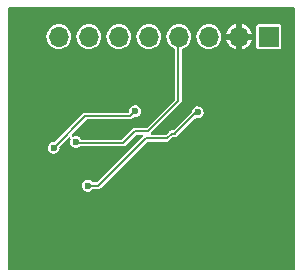
<source format=gbl>
G04 #@! TF.GenerationSoftware,KiCad,Pcbnew,(6.0.5)*
G04 #@! TF.CreationDate,2023-01-28T11:09:11-05:00*
G04 #@! TF.ProjectId,IMU Breakout,494d5520-4272-4656-916b-6f75742e6b69,rev?*
G04 #@! TF.SameCoordinates,Original*
G04 #@! TF.FileFunction,Copper,L2,Bot*
G04 #@! TF.FilePolarity,Positive*
%FSLAX46Y46*%
G04 Gerber Fmt 4.6, Leading zero omitted, Abs format (unit mm)*
G04 Created by KiCad (PCBNEW (6.0.5)) date 2023-01-28 11:09:11*
%MOMM*%
%LPD*%
G01*
G04 APERTURE LIST*
G04 #@! TA.AperFunction,ComponentPad*
%ADD10R,1.700000X1.700000*%
G04 #@! TD*
G04 #@! TA.AperFunction,ComponentPad*
%ADD11O,1.700000X1.700000*%
G04 #@! TD*
G04 #@! TA.AperFunction,ViaPad*
%ADD12C,0.600000*%
G04 #@! TD*
G04 #@! TA.AperFunction,Conductor*
%ADD13C,0.152400*%
G04 #@! TD*
G04 APERTURE END LIST*
D10*
X142032580Y-81383820D03*
D11*
X139492580Y-81383820D03*
X136952580Y-81383820D03*
X134412580Y-81383820D03*
X131872580Y-81383820D03*
X129332580Y-81383820D03*
X126792580Y-81383820D03*
X124252580Y-81383820D03*
D12*
X135457580Y-86683820D03*
X135457580Y-85583820D03*
X135457580Y-84483820D03*
X143457580Y-86083820D03*
X143457580Y-87183820D03*
X143457580Y-84983820D03*
X143457580Y-83883820D03*
X120757580Y-88983820D03*
X120757580Y-90083820D03*
X120757580Y-87883820D03*
X120757580Y-86783820D03*
X125557580Y-85683820D03*
X125557580Y-86783820D03*
X125557580Y-84583820D03*
X125557580Y-83483820D03*
X127757580Y-85583820D03*
X127757580Y-86683820D03*
X127757580Y-84483820D03*
X127757580Y-83383820D03*
X130357580Y-85683820D03*
X130357580Y-86783820D03*
X130357580Y-84583820D03*
X130357580Y-83483820D03*
X133057580Y-85483820D03*
X133057580Y-86583820D03*
X133057580Y-84383820D03*
X133057580Y-83283820D03*
X122057580Y-81883820D03*
X120757580Y-81883820D03*
X120757580Y-82983820D03*
X122057580Y-82983820D03*
X122057580Y-79683820D03*
X120757580Y-80783820D03*
X120757580Y-79683820D03*
X122057580Y-80783820D03*
X124957580Y-98383820D03*
X124957580Y-99683820D03*
X126057580Y-99683820D03*
X126057580Y-98383820D03*
X122757580Y-98383820D03*
X123857580Y-99683820D03*
X122757580Y-99683820D03*
X123857580Y-98383820D03*
X142857580Y-92183820D03*
X141557580Y-92183820D03*
X141557580Y-93283820D03*
X142857580Y-93283820D03*
X142857580Y-89983820D03*
X141557580Y-91083820D03*
X141557580Y-89983820D03*
X142857580Y-91083820D03*
X138057582Y-83983809D03*
X140857580Y-86183820D03*
X139557580Y-86183820D03*
X139557580Y-87283820D03*
X138057582Y-87283809D03*
X138057582Y-86183809D03*
X140857580Y-87283820D03*
X140857580Y-83983820D03*
X139557580Y-85083820D03*
X139557580Y-83983820D03*
X138057582Y-85083809D03*
X140857580Y-85083820D03*
X129257582Y-96283809D03*
X132057580Y-98483820D03*
X130757580Y-98483820D03*
X130757580Y-99583820D03*
X129257582Y-99583809D03*
X129257582Y-98483809D03*
X132057580Y-99583820D03*
X132057580Y-96283820D03*
X130757580Y-97383820D03*
X130757580Y-96283820D03*
X129257582Y-97383809D03*
X132057580Y-97383820D03*
X135757582Y-94683809D03*
X138557580Y-96883820D03*
X137257580Y-96883820D03*
X137257580Y-97983820D03*
X135757582Y-97983809D03*
X135757582Y-96883809D03*
X138557580Y-97983820D03*
X138557580Y-94683820D03*
X137257580Y-95783820D03*
X137257580Y-94683820D03*
X135757582Y-95783809D03*
X138557580Y-95783820D03*
X139857582Y-96883809D03*
X142657580Y-96883820D03*
X141357580Y-97983820D03*
X141357580Y-96883820D03*
X139857582Y-97983809D03*
X142657580Y-97983820D03*
X139857582Y-95783809D03*
X142657580Y-95783820D03*
X141357580Y-95783820D03*
X142657580Y-94683820D03*
X141357580Y-94683820D03*
X139857582Y-94683809D03*
X127205078Y-92401321D03*
X128205090Y-89001316D03*
X127205067Y-91701321D03*
X125105078Y-94201321D03*
X127305078Y-96901321D03*
X133905078Y-96201327D03*
X121505078Y-95401321D03*
X134405078Y-91501321D03*
X125805078Y-94201321D03*
X128305078Y-94801321D03*
X125705078Y-90301321D03*
X126705068Y-94001331D03*
X136005075Y-87801318D03*
X123805074Y-90801312D03*
X130705085Y-87701318D03*
D13*
X134367580Y-81548820D02*
X134367580Y-86813820D01*
X125805078Y-90401321D02*
X125705078Y-90301321D01*
X130705078Y-89401321D02*
X129705078Y-90401321D01*
X131780078Y-89401321D02*
X130705078Y-89401321D01*
X134367580Y-86813820D02*
X131780078Y-89401321D01*
X129705078Y-90401321D02*
X125805078Y-90401321D01*
X134120078Y-89601321D02*
X133805078Y-89601321D01*
X135905081Y-87801318D02*
X134120078Y-89586321D01*
X133805078Y-89601321D02*
X133405078Y-90001321D01*
X136005075Y-87801318D02*
X135905081Y-87801318D01*
X134120078Y-89586321D02*
X134120078Y-89601321D01*
X133405078Y-90001321D02*
X131605078Y-90001321D01*
X131605078Y-90001321D02*
X127605068Y-94001331D01*
X127605068Y-94001331D02*
X126705068Y-94001331D01*
X126505065Y-88101321D02*
X123805074Y-90801312D01*
X130705085Y-87701318D02*
X130305082Y-88101321D01*
X130305082Y-88101321D02*
X126505065Y-88101321D01*
G04 #@! TA.AperFunction,Conductor*
G36*
X144199201Y-78904322D02*
G01*
X144245694Y-78957978D01*
X144257080Y-79010320D01*
X144257080Y-101057320D01*
X144237078Y-101125441D01*
X144183422Y-101171934D01*
X144131080Y-101183320D01*
X120084080Y-101183320D01*
X120015959Y-101163318D01*
X119969466Y-101109662D01*
X119958080Y-101057320D01*
X119958080Y-90795135D01*
X123299465Y-90795135D01*
X123300629Y-90804037D01*
X123300629Y-90804040D01*
X123301888Y-90813666D01*
X123318054Y-90937291D01*
X123375794Y-91068515D01*
X123381571Y-91075388D01*
X123381572Y-91075389D01*
X123388866Y-91084066D01*
X123468044Y-91178260D01*
X123587387Y-91257702D01*
X123724231Y-91300454D01*
X123733203Y-91300618D01*
X123733206Y-91300619D01*
X123798537Y-91301816D01*
X123867573Y-91303082D01*
X123876607Y-91300619D01*
X123997232Y-91267733D01*
X123997234Y-91267732D01*
X124005891Y-91265372D01*
X124128065Y-91190357D01*
X124224274Y-91084066D01*
X124286784Y-90955045D01*
X124310570Y-90813666D01*
X124310721Y-90801312D01*
X124309837Y-90795135D01*
X124305333Y-90763693D01*
X124315475Y-90693424D01*
X124340965Y-90656734D01*
X125046268Y-89951431D01*
X125108580Y-89917405D01*
X125179395Y-89922470D01*
X125236231Y-89965017D01*
X125261042Y-90031537D01*
X125249418Y-90094074D01*
X125221525Y-90153484D01*
X125212749Y-90209852D01*
X125201687Y-90280900D01*
X125199469Y-90295144D01*
X125200633Y-90304046D01*
X125200633Y-90304049D01*
X125205927Y-90344529D01*
X125218058Y-90437300D01*
X125275798Y-90568524D01*
X125281575Y-90575397D01*
X125281576Y-90575398D01*
X125362268Y-90671393D01*
X125368048Y-90678269D01*
X125487391Y-90757711D01*
X125624235Y-90800463D01*
X125633207Y-90800627D01*
X125633210Y-90800628D01*
X125698541Y-90801825D01*
X125767577Y-90803091D01*
X125776611Y-90800628D01*
X125897236Y-90767742D01*
X125897238Y-90767741D01*
X125905895Y-90765381D01*
X126017841Y-90696646D01*
X126083770Y-90678021D01*
X129657278Y-90678021D01*
X129659205Y-90678162D01*
X129663957Y-90679794D01*
X129675518Y-90679360D01*
X129708814Y-90678110D01*
X129713541Y-90678021D01*
X129730814Y-90678021D01*
X129735286Y-90677188D01*
X129737919Y-90677017D01*
X129766963Y-90675927D01*
X129777652Y-90671335D01*
X129784893Y-90669703D01*
X129788056Y-90668742D01*
X129794980Y-90666071D01*
X129806415Y-90663941D01*
X129816314Y-90657839D01*
X129816320Y-90657837D01*
X129825121Y-90652412D01*
X129841490Y-90643909D01*
X129853502Y-90638748D01*
X129853503Y-90638747D01*
X129861671Y-90635238D01*
X129866169Y-90631543D01*
X129868359Y-90629353D01*
X129870621Y-90627302D01*
X129870877Y-90627584D01*
X129875667Y-90623797D01*
X129875643Y-90623770D01*
X129884260Y-90615957D01*
X129894163Y-90609852D01*
X129909004Y-90590335D01*
X129920205Y-90577507D01*
X130782786Y-89714926D01*
X130845098Y-89680900D01*
X130871881Y-89678021D01*
X131232875Y-89678021D01*
X131300996Y-89698023D01*
X131347489Y-89751679D01*
X131357593Y-89821953D01*
X131328099Y-89886533D01*
X131321970Y-89893116D01*
X127527360Y-93687726D01*
X127465048Y-93721752D01*
X127438265Y-93724631D01*
X127185125Y-93724631D01*
X127117004Y-93704629D01*
X127089672Y-93680879D01*
X127043328Y-93627094D01*
X127043325Y-93627091D01*
X127037468Y-93620294D01*
X126917163Y-93542316D01*
X126779807Y-93501238D01*
X126770831Y-93501183D01*
X126770830Y-93501183D01*
X126710623Y-93500815D01*
X126636444Y-93500362D01*
X126498597Y-93539759D01*
X126377348Y-93616261D01*
X126282445Y-93723719D01*
X126221515Y-93853494D01*
X126199459Y-93995154D01*
X126218048Y-94137310D01*
X126221665Y-94145530D01*
X126271086Y-94257847D01*
X126275788Y-94268534D01*
X126281565Y-94275407D01*
X126281566Y-94275408D01*
X126285261Y-94279804D01*
X126368038Y-94378279D01*
X126487381Y-94457721D01*
X126624225Y-94500473D01*
X126633197Y-94500637D01*
X126633200Y-94500638D01*
X126698531Y-94501835D01*
X126767567Y-94503101D01*
X126776601Y-94500638D01*
X126897226Y-94467752D01*
X126897228Y-94467751D01*
X126905885Y-94465391D01*
X127028059Y-94390376D01*
X127092234Y-94319476D01*
X127152778Y-94282395D01*
X127185650Y-94278031D01*
X127557268Y-94278031D01*
X127559195Y-94278172D01*
X127563947Y-94279804D01*
X127575508Y-94279370D01*
X127608804Y-94278120D01*
X127613531Y-94278031D01*
X127630804Y-94278031D01*
X127635276Y-94277198D01*
X127637909Y-94277027D01*
X127666953Y-94275937D01*
X127677642Y-94271345D01*
X127684883Y-94269713D01*
X127688046Y-94268752D01*
X127694970Y-94266081D01*
X127706405Y-94263951D01*
X127716304Y-94257849D01*
X127716310Y-94257847D01*
X127725111Y-94252422D01*
X127741480Y-94243919D01*
X127753492Y-94238758D01*
X127753493Y-94238757D01*
X127761661Y-94235248D01*
X127766159Y-94231553D01*
X127768349Y-94229363D01*
X127770611Y-94227312D01*
X127770867Y-94227594D01*
X127775657Y-94223807D01*
X127775633Y-94223780D01*
X127784250Y-94215967D01*
X127794153Y-94209862D01*
X127808994Y-94190345D01*
X127820195Y-94177517D01*
X131682786Y-90314926D01*
X131745098Y-90280900D01*
X131771881Y-90278021D01*
X133357278Y-90278021D01*
X133359205Y-90278162D01*
X133363957Y-90279794D01*
X133375518Y-90279360D01*
X133408814Y-90278110D01*
X133413541Y-90278021D01*
X133430814Y-90278021D01*
X133435286Y-90277188D01*
X133437919Y-90277017D01*
X133466963Y-90275927D01*
X133477652Y-90271335D01*
X133484893Y-90269703D01*
X133488056Y-90268742D01*
X133494980Y-90266071D01*
X133506415Y-90263941D01*
X133516314Y-90257839D01*
X133516320Y-90257837D01*
X133525121Y-90252412D01*
X133541490Y-90243909D01*
X133553502Y-90238748D01*
X133553503Y-90238747D01*
X133561671Y-90235238D01*
X133566169Y-90231543D01*
X133568359Y-90229353D01*
X133570621Y-90227302D01*
X133570877Y-90227584D01*
X133575667Y-90223797D01*
X133575643Y-90223770D01*
X133584260Y-90215957D01*
X133594163Y-90209852D01*
X133609004Y-90190335D01*
X133620205Y-90177507D01*
X133882786Y-89914926D01*
X133945098Y-89880900D01*
X133971881Y-89878021D01*
X134073086Y-89878021D01*
X134082240Y-89878469D01*
X134092609Y-89881471D01*
X134104200Y-89880467D01*
X134127014Y-89878491D01*
X134137887Y-89878021D01*
X134145814Y-89878021D01*
X134151514Y-89876959D01*
X134151678Y-89876944D01*
X134163586Y-89875323D01*
X134183711Y-89873580D01*
X134195304Y-89872576D01*
X134205759Y-89867465D01*
X134207198Y-89867066D01*
X134207910Y-89866901D01*
X134208580Y-89866609D01*
X134209972Y-89866072D01*
X134221415Y-89863941D01*
X134248528Y-89847229D01*
X134259305Y-89841292D01*
X134270179Y-89835976D01*
X134277462Y-89832416D01*
X134277463Y-89832415D01*
X134287911Y-89827308D01*
X134295822Y-89818780D01*
X134297027Y-89817885D01*
X134297627Y-89817479D01*
X134298139Y-89816972D01*
X134299257Y-89815958D01*
X134309163Y-89809852D01*
X134316203Y-89800594D01*
X134316205Y-89800592D01*
X134328444Y-89784496D01*
X134336354Y-89775085D01*
X134358013Y-89751737D01*
X134362323Y-89740935D01*
X134363127Y-89739663D01*
X134369319Y-89730743D01*
X134370817Y-89728773D01*
X134371544Y-89727816D01*
X134372803Y-89728773D01*
X134382776Y-89714936D01*
X135773575Y-88324137D01*
X135835887Y-88290111D01*
X135900241Y-88292965D01*
X135924232Y-88300460D01*
X135933204Y-88300624D01*
X135933207Y-88300625D01*
X135998538Y-88301822D01*
X136067574Y-88303088D01*
X136076608Y-88300625D01*
X136197233Y-88267739D01*
X136197235Y-88267738D01*
X136205892Y-88265378D01*
X136328066Y-88190363D01*
X136424275Y-88084072D01*
X136469501Y-87990725D01*
X136482870Y-87963132D01*
X136482870Y-87963131D01*
X136486785Y-87955051D01*
X136510571Y-87813672D01*
X136510722Y-87801318D01*
X136496235Y-87700158D01*
X136491671Y-87668286D01*
X136491670Y-87668283D01*
X136490398Y-87659400D01*
X136431059Y-87528890D01*
X136412673Y-87507552D01*
X136343335Y-87427081D01*
X136343332Y-87427078D01*
X136337475Y-87420281D01*
X136217170Y-87342303D01*
X136079814Y-87301225D01*
X136070838Y-87301170D01*
X136070837Y-87301170D01*
X136010630Y-87300802D01*
X135936451Y-87300349D01*
X135798604Y-87339746D01*
X135677355Y-87416248D01*
X135582452Y-87523706D01*
X135521522Y-87653481D01*
X135511404Y-87718467D01*
X135502016Y-87778764D01*
X135471772Y-87842997D01*
X135466611Y-87848475D01*
X134027370Y-89287716D01*
X133965058Y-89321742D01*
X133938275Y-89324621D01*
X133852869Y-89324621D01*
X133850949Y-89324480D01*
X133846199Y-89322849D01*
X133801368Y-89324532D01*
X133796641Y-89324621D01*
X133779342Y-89324621D01*
X133774870Y-89325454D01*
X133772214Y-89325626D01*
X133754817Y-89326279D01*
X133754814Y-89326280D01*
X133743192Y-89326716D01*
X133732504Y-89331308D01*
X133725266Y-89332939D01*
X133722082Y-89333906D01*
X133715175Y-89336571D01*
X133703741Y-89338701D01*
X133693839Y-89344804D01*
X133693838Y-89344805D01*
X133685042Y-89350227D01*
X133668662Y-89358736D01*
X133656654Y-89363895D01*
X133656652Y-89363896D01*
X133648485Y-89367405D01*
X133643987Y-89371099D01*
X133641800Y-89373286D01*
X133639530Y-89375344D01*
X133639274Y-89375062D01*
X133634489Y-89378845D01*
X133634513Y-89378872D01*
X133625896Y-89386685D01*
X133615993Y-89392790D01*
X133608952Y-89402050D01*
X133601152Y-89412307D01*
X133589951Y-89425135D01*
X133327370Y-89687716D01*
X133265058Y-89721742D01*
X133238275Y-89724621D01*
X132152281Y-89724621D01*
X132084160Y-89704619D01*
X132037667Y-89650963D01*
X132027563Y-89580689D01*
X132057057Y-89516109D01*
X132063186Y-89509526D01*
X133262861Y-88309852D01*
X134529437Y-87043276D01*
X134530900Y-87042013D01*
X134535413Y-87039807D01*
X134565946Y-87006892D01*
X134569226Y-87003487D01*
X134581435Y-86991278D01*
X134584007Y-86987528D01*
X134585755Y-86985538D01*
X134597602Y-86972766D01*
X134605515Y-86964236D01*
X134609827Y-86953428D01*
X134613797Y-86947148D01*
X134615349Y-86944242D01*
X134618355Y-86937459D01*
X134624937Y-86927864D01*
X134630008Y-86906493D01*
X134635575Y-86888890D01*
X134640416Y-86876758D01*
X134640417Y-86876755D01*
X134643712Y-86868496D01*
X134644280Y-86862703D01*
X134644280Y-86859618D01*
X134644430Y-86856551D01*
X134644810Y-86856570D01*
X134645519Y-86850508D01*
X134645482Y-86850506D01*
X134646050Y-86838893D01*
X134648737Y-86827570D01*
X134645431Y-86803277D01*
X134644280Y-86786287D01*
X134644280Y-82505492D01*
X134664282Y-82437371D01*
X134717938Y-82390878D01*
X134736395Y-82384134D01*
X134746840Y-82381218D01*
X134794305Y-82367965D01*
X134978190Y-82275078D01*
X135011985Y-82248675D01*
X135110762Y-82171502D01*
X135140531Y-82148244D01*
X135275144Y-81992292D01*
X135295967Y-81955638D01*
X135313636Y-81924534D01*
X135376903Y-81813164D01*
X135441931Y-81617683D01*
X135467751Y-81413294D01*
X135468163Y-81383820D01*
X135466718Y-81369082D01*
X135897100Y-81369082D01*
X135914339Y-81574373D01*
X135916038Y-81580298D01*
X135937727Y-81655935D01*
X135971124Y-81772406D01*
X135973939Y-81777883D01*
X135973940Y-81777886D01*
X135994827Y-81818527D01*
X136065292Y-81955638D01*
X136193257Y-82117090D01*
X136197950Y-82121084D01*
X136197951Y-82121085D01*
X136339359Y-82241432D01*
X136350144Y-82250611D01*
X136529978Y-82351117D01*
X136613860Y-82378372D01*
X136720051Y-82412876D01*
X136720055Y-82412877D01*
X136725909Y-82414779D01*
X136930474Y-82439171D01*
X136936609Y-82438699D01*
X136936611Y-82438699D01*
X137009205Y-82433113D01*
X137135880Y-82423366D01*
X137141810Y-82421710D01*
X137141812Y-82421710D01*
X137297031Y-82378372D01*
X137334305Y-82367965D01*
X137339794Y-82365192D01*
X137339800Y-82365190D01*
X137512696Y-82277853D01*
X137518190Y-82275078D01*
X137551985Y-82248675D01*
X137650762Y-82171502D01*
X137680531Y-82148244D01*
X137815144Y-81992292D01*
X137835967Y-81955638D01*
X137853636Y-81924534D01*
X137916903Y-81813164D01*
X137970920Y-81650782D01*
X138421251Y-81650782D01*
X138446023Y-81748322D01*
X138449864Y-81759168D01*
X138529974Y-81932940D01*
X138535725Y-81942901D01*
X138646159Y-82099163D01*
X138653637Y-82107918D01*
X138790694Y-82241432D01*
X138799638Y-82248675D01*
X138958736Y-82354981D01*
X138968846Y-82360471D01*
X139144657Y-82436005D01*
X139155600Y-82439560D01*
X139220912Y-82454339D01*
X139234985Y-82453450D01*
X139238408Y-82444501D01*
X139746580Y-82444501D01*
X139750546Y-82458007D01*
X139759252Y-82459253D01*
X139938077Y-82398550D01*
X139948574Y-82393876D01*
X140115538Y-82300372D01*
X140125010Y-82293862D01*
X140173459Y-82253568D01*
X140982080Y-82253568D01*
X140983287Y-82259636D01*
X140986911Y-82277853D01*
X140993713Y-82312051D01*
X141038028Y-82378372D01*
X141104349Y-82422687D01*
X141116518Y-82425108D01*
X141116519Y-82425108D01*
X141156764Y-82433113D01*
X141162832Y-82434320D01*
X142902328Y-82434320D01*
X142908396Y-82433113D01*
X142948641Y-82425108D01*
X142948642Y-82425108D01*
X142960811Y-82422687D01*
X143027132Y-82378372D01*
X143071447Y-82312051D01*
X143078250Y-82277853D01*
X143081873Y-82259636D01*
X143083080Y-82253568D01*
X143083080Y-80514072D01*
X143071447Y-80455589D01*
X143027132Y-80389268D01*
X142960811Y-80344953D01*
X142948642Y-80342532D01*
X142948641Y-80342532D01*
X142908396Y-80334527D01*
X142902328Y-80333320D01*
X141162832Y-80333320D01*
X141156764Y-80334527D01*
X141116519Y-80342532D01*
X141116518Y-80342532D01*
X141104349Y-80344953D01*
X141038028Y-80389268D01*
X140993713Y-80455589D01*
X140982080Y-80514072D01*
X140982080Y-82253568D01*
X140173459Y-82253568D01*
X140272133Y-82171502D01*
X140280262Y-82163373D01*
X140402622Y-82016250D01*
X140409132Y-82006778D01*
X140502636Y-81839814D01*
X140507310Y-81829317D01*
X140568023Y-81650464D01*
X140566790Y-81641813D01*
X140553222Y-81637820D01*
X139764695Y-81637820D01*
X139749456Y-81642295D01*
X139748251Y-81643685D01*
X139746580Y-81651368D01*
X139746580Y-82444501D01*
X139238408Y-82444501D01*
X139238580Y-82444052D01*
X139238580Y-81655935D01*
X139234105Y-81640696D01*
X139232715Y-81639491D01*
X139225032Y-81637820D01*
X138436074Y-81637820D01*
X138422543Y-81641793D01*
X138421251Y-81650782D01*
X137970920Y-81650782D01*
X137981931Y-81617683D01*
X138007751Y-81413294D01*
X138008163Y-81383820D01*
X137988060Y-81178790D01*
X137972309Y-81126619D01*
X138420523Y-81126619D01*
X138427255Y-81129820D01*
X139220465Y-81129820D01*
X139235704Y-81125345D01*
X139236909Y-81123955D01*
X139238580Y-81116272D01*
X139238580Y-81111705D01*
X139746580Y-81111705D01*
X139751055Y-81126944D01*
X139752445Y-81128149D01*
X139760128Y-81129820D01*
X140549978Y-81129820D01*
X140563509Y-81125847D01*
X140564678Y-81117712D01*
X140529238Y-80992051D01*
X140525113Y-80981304D01*
X140440483Y-80809691D01*
X140434473Y-80799883D01*
X140319980Y-80646559D01*
X140312290Y-80638019D01*
X140171772Y-80508124D01*
X140162647Y-80501123D01*
X140000816Y-80399015D01*
X139990569Y-80393794D01*
X139812840Y-80322888D01*
X139801812Y-80319621D01*
X139764349Y-80312170D01*
X139751474Y-80313322D01*
X139746580Y-80328478D01*
X139746580Y-81111705D01*
X139238580Y-81111705D01*
X139238580Y-80325320D01*
X139234774Y-80312358D01*
X139219859Y-80310422D01*
X139211312Y-80311891D01*
X139200200Y-80314868D01*
X139020675Y-80381099D01*
X139010297Y-80386049D01*
X138845853Y-80483883D01*
X138836541Y-80490649D01*
X138692677Y-80616814D01*
X138684760Y-80625157D01*
X138566298Y-80775425D01*
X138560030Y-80785076D01*
X138470938Y-80954412D01*
X138466533Y-80965047D01*
X138420742Y-81112518D01*
X138420523Y-81126619D01*
X137972309Y-81126619D01*
X137928515Y-80981569D01*
X137831798Y-80799669D01*
X137758439Y-80709722D01*
X137705486Y-80644795D01*
X137705483Y-80644792D01*
X137701591Y-80640020D01*
X137673540Y-80616814D01*
X137547605Y-80512631D01*
X137547601Y-80512629D01*
X137542855Y-80508702D01*
X137361635Y-80410717D01*
X137164834Y-80349797D01*
X137158709Y-80349153D01*
X137158708Y-80349153D01*
X136966078Y-80328907D01*
X136966076Y-80328907D01*
X136959949Y-80328263D01*
X136873109Y-80336166D01*
X136760922Y-80346375D01*
X136760919Y-80346376D01*
X136754783Y-80346934D01*
X136557152Y-80405100D01*
X136374582Y-80500546D01*
X136369781Y-80504406D01*
X136369778Y-80504408D01*
X136218834Y-80625770D01*
X136214027Y-80629635D01*
X136081604Y-80787450D01*
X136078636Y-80792848D01*
X136078633Y-80792853D01*
X135989816Y-80954412D01*
X135982356Y-80967982D01*
X135920064Y-81164352D01*
X135919378Y-81170469D01*
X135919377Y-81170473D01*
X135897787Y-81362957D01*
X135897100Y-81369082D01*
X135466718Y-81369082D01*
X135448060Y-81178790D01*
X135388515Y-80981569D01*
X135291798Y-80799669D01*
X135218439Y-80709722D01*
X135165486Y-80644795D01*
X135165483Y-80644792D01*
X135161591Y-80640020D01*
X135133540Y-80616814D01*
X135007605Y-80512631D01*
X135007601Y-80512629D01*
X135002855Y-80508702D01*
X134821635Y-80410717D01*
X134624834Y-80349797D01*
X134618709Y-80349153D01*
X134618708Y-80349153D01*
X134426078Y-80328907D01*
X134426076Y-80328907D01*
X134419949Y-80328263D01*
X134333109Y-80336166D01*
X134220922Y-80346375D01*
X134220919Y-80346376D01*
X134214783Y-80346934D01*
X134017152Y-80405100D01*
X133834582Y-80500546D01*
X133829781Y-80504406D01*
X133829778Y-80504408D01*
X133678834Y-80625770D01*
X133674027Y-80629635D01*
X133541604Y-80787450D01*
X133538636Y-80792848D01*
X133538633Y-80792853D01*
X133449816Y-80954412D01*
X133442356Y-80967982D01*
X133380064Y-81164352D01*
X133379378Y-81170469D01*
X133379377Y-81170473D01*
X133357787Y-81362957D01*
X133357100Y-81369082D01*
X133374339Y-81574373D01*
X133376038Y-81580298D01*
X133397727Y-81655935D01*
X133431124Y-81772406D01*
X133433939Y-81777883D01*
X133433940Y-81777886D01*
X133454827Y-81818527D01*
X133525292Y-81955638D01*
X133653257Y-82117090D01*
X133657950Y-82121084D01*
X133657951Y-82121085D01*
X133799359Y-82241432D01*
X133810144Y-82250611D01*
X133989978Y-82351117D01*
X134003816Y-82355613D01*
X134062421Y-82395685D01*
X134090058Y-82461081D01*
X134090880Y-82475446D01*
X134090880Y-86647017D01*
X134070878Y-86715138D01*
X134053975Y-86736112D01*
X131702370Y-89087716D01*
X131640058Y-89121742D01*
X131613275Y-89124621D01*
X130752878Y-89124621D01*
X130750951Y-89124480D01*
X130746199Y-89122848D01*
X130734638Y-89123282D01*
X130701342Y-89124532D01*
X130696615Y-89124621D01*
X130679342Y-89124621D01*
X130674870Y-89125454D01*
X130672237Y-89125625D01*
X130643193Y-89126715D01*
X130632504Y-89131307D01*
X130625263Y-89132939D01*
X130622100Y-89133900D01*
X130615176Y-89136571D01*
X130603741Y-89138701D01*
X130593842Y-89144803D01*
X130593836Y-89144805D01*
X130585035Y-89150230D01*
X130568666Y-89158733D01*
X130556654Y-89163894D01*
X130556653Y-89163895D01*
X130548485Y-89167404D01*
X130543987Y-89171099D01*
X130541797Y-89173289D01*
X130539535Y-89175340D01*
X130539279Y-89175058D01*
X130534489Y-89178845D01*
X130534513Y-89178872D01*
X130525896Y-89186685D01*
X130515993Y-89192790D01*
X130508952Y-89202050D01*
X130501152Y-89212307D01*
X130489951Y-89225135D01*
X129627370Y-90087716D01*
X129565058Y-90121742D01*
X129538275Y-90124621D01*
X126255711Y-90124621D01*
X126187590Y-90104619D01*
X126141011Y-90050773D01*
X126134781Y-90037070D01*
X126134777Y-90037064D01*
X126131062Y-90028893D01*
X126076023Y-89965017D01*
X126043338Y-89927084D01*
X126043335Y-89927081D01*
X126037478Y-89920284D01*
X125917173Y-89842306D01*
X125779817Y-89801228D01*
X125770841Y-89801173D01*
X125770840Y-89801173D01*
X125710633Y-89800805D01*
X125636454Y-89800352D01*
X125498607Y-89839749D01*
X125498586Y-89839677D01*
X125432971Y-89848591D01*
X125368621Y-89818597D01*
X125330703Y-89758574D01*
X125331256Y-89687579D01*
X125362777Y-89634922D01*
X126582773Y-88414926D01*
X126645085Y-88380900D01*
X126671868Y-88378021D01*
X130257282Y-88378021D01*
X130259209Y-88378162D01*
X130263961Y-88379794D01*
X130275522Y-88379360D01*
X130308818Y-88378110D01*
X130313545Y-88378021D01*
X130330818Y-88378021D01*
X130335290Y-88377188D01*
X130337923Y-88377017D01*
X130366967Y-88375927D01*
X130377656Y-88371335D01*
X130384897Y-88369703D01*
X130388060Y-88368742D01*
X130394984Y-88366071D01*
X130406419Y-88363941D01*
X130416318Y-88357839D01*
X130416324Y-88357837D01*
X130425125Y-88352412D01*
X130441494Y-88343909D01*
X130453506Y-88338748D01*
X130453507Y-88338747D01*
X130461675Y-88335238D01*
X130466173Y-88331543D01*
X130468363Y-88329353D01*
X130470625Y-88327302D01*
X130470881Y-88327584D01*
X130475671Y-88323797D01*
X130475647Y-88323770D01*
X130484264Y-88315957D01*
X130494167Y-88309852D01*
X130509008Y-88290335D01*
X130520209Y-88277507D01*
X130559876Y-88237840D01*
X130622188Y-88203814D01*
X130651280Y-88200956D01*
X130695384Y-88201764D01*
X130767584Y-88203088D01*
X130776248Y-88200726D01*
X130897243Y-88167739D01*
X130897245Y-88167738D01*
X130905902Y-88165378D01*
X131028076Y-88090363D01*
X131124285Y-87984072D01*
X131186795Y-87855051D01*
X131210581Y-87713672D01*
X131210732Y-87701318D01*
X131190408Y-87559400D01*
X131180253Y-87537064D01*
X131134785Y-87437064D01*
X131131069Y-87428890D01*
X131058384Y-87344535D01*
X131043345Y-87327081D01*
X131043342Y-87327078D01*
X131037485Y-87320281D01*
X130917180Y-87242303D01*
X130779824Y-87201225D01*
X130770848Y-87201170D01*
X130770847Y-87201170D01*
X130710640Y-87200802D01*
X130636461Y-87200349D01*
X130498614Y-87239746D01*
X130377365Y-87316248D01*
X130371423Y-87322976D01*
X130371422Y-87322977D01*
X130356612Y-87339746D01*
X130282462Y-87423706D01*
X130221532Y-87553481D01*
X130220151Y-87562353D01*
X130205041Y-87659400D01*
X130199476Y-87695141D01*
X130200298Y-87701428D01*
X130179856Y-87768030D01*
X130125637Y-87813865D01*
X130074697Y-87824621D01*
X126552865Y-87824621D01*
X126550938Y-87824480D01*
X126546186Y-87822848D01*
X126534625Y-87823282D01*
X126501329Y-87824532D01*
X126496602Y-87824621D01*
X126479329Y-87824621D01*
X126474857Y-87825454D01*
X126472224Y-87825625D01*
X126443180Y-87826715D01*
X126432491Y-87831307D01*
X126425250Y-87832939D01*
X126422087Y-87833900D01*
X126415163Y-87836571D01*
X126403728Y-87838701D01*
X126393829Y-87844803D01*
X126393823Y-87844805D01*
X126385022Y-87850230D01*
X126368653Y-87858733D01*
X126356641Y-87863894D01*
X126356640Y-87863895D01*
X126348472Y-87867404D01*
X126343974Y-87871099D01*
X126341784Y-87873289D01*
X126339522Y-87875340D01*
X126339266Y-87875058D01*
X126334476Y-87878845D01*
X126334500Y-87878872D01*
X126325883Y-87886685D01*
X126315980Y-87892790D01*
X126308939Y-87902050D01*
X126301139Y-87912307D01*
X126289938Y-87925135D01*
X123950872Y-90264201D01*
X123888560Y-90298227D01*
X123861007Y-90301104D01*
X123819757Y-90300852D01*
X123736450Y-90300343D01*
X123598603Y-90339740D01*
X123477354Y-90416242D01*
X123382451Y-90523700D01*
X123321521Y-90653475D01*
X123314075Y-90701301D01*
X123304098Y-90765381D01*
X123299465Y-90795135D01*
X119958080Y-90795135D01*
X119958080Y-81369082D01*
X123197100Y-81369082D01*
X123214339Y-81574373D01*
X123216038Y-81580298D01*
X123237727Y-81655935D01*
X123271124Y-81772406D01*
X123273939Y-81777883D01*
X123273940Y-81777886D01*
X123294827Y-81818527D01*
X123365292Y-81955638D01*
X123493257Y-82117090D01*
X123497950Y-82121084D01*
X123497951Y-82121085D01*
X123639359Y-82241432D01*
X123650144Y-82250611D01*
X123829978Y-82351117D01*
X123913860Y-82378372D01*
X124020051Y-82412876D01*
X124020055Y-82412877D01*
X124025909Y-82414779D01*
X124230474Y-82439171D01*
X124236609Y-82438699D01*
X124236611Y-82438699D01*
X124309205Y-82433113D01*
X124435880Y-82423366D01*
X124441810Y-82421710D01*
X124441812Y-82421710D01*
X124597031Y-82378372D01*
X124634305Y-82367965D01*
X124639794Y-82365192D01*
X124639800Y-82365190D01*
X124812696Y-82277853D01*
X124818190Y-82275078D01*
X124851985Y-82248675D01*
X124950762Y-82171502D01*
X124980531Y-82148244D01*
X125115144Y-81992292D01*
X125135967Y-81955638D01*
X125153636Y-81924534D01*
X125216903Y-81813164D01*
X125281931Y-81617683D01*
X125307751Y-81413294D01*
X125308163Y-81383820D01*
X125306718Y-81369082D01*
X125737100Y-81369082D01*
X125754339Y-81574373D01*
X125756038Y-81580298D01*
X125777727Y-81655935D01*
X125811124Y-81772406D01*
X125813939Y-81777883D01*
X125813940Y-81777886D01*
X125834827Y-81818527D01*
X125905292Y-81955638D01*
X126033257Y-82117090D01*
X126037950Y-82121084D01*
X126037951Y-82121085D01*
X126179359Y-82241432D01*
X126190144Y-82250611D01*
X126369978Y-82351117D01*
X126453860Y-82378372D01*
X126560051Y-82412876D01*
X126560055Y-82412877D01*
X126565909Y-82414779D01*
X126770474Y-82439171D01*
X126776609Y-82438699D01*
X126776611Y-82438699D01*
X126849205Y-82433113D01*
X126975880Y-82423366D01*
X126981810Y-82421710D01*
X126981812Y-82421710D01*
X127137031Y-82378372D01*
X127174305Y-82367965D01*
X127179794Y-82365192D01*
X127179800Y-82365190D01*
X127352696Y-82277853D01*
X127358190Y-82275078D01*
X127391985Y-82248675D01*
X127490762Y-82171502D01*
X127520531Y-82148244D01*
X127655144Y-81992292D01*
X127675967Y-81955638D01*
X127693636Y-81924534D01*
X127756903Y-81813164D01*
X127821931Y-81617683D01*
X127847751Y-81413294D01*
X127848163Y-81383820D01*
X127846718Y-81369082D01*
X128277100Y-81369082D01*
X128294339Y-81574373D01*
X128296038Y-81580298D01*
X128317727Y-81655935D01*
X128351124Y-81772406D01*
X128353939Y-81777883D01*
X128353940Y-81777886D01*
X128374827Y-81818527D01*
X128445292Y-81955638D01*
X128573257Y-82117090D01*
X128577950Y-82121084D01*
X128577951Y-82121085D01*
X128719359Y-82241432D01*
X128730144Y-82250611D01*
X128909978Y-82351117D01*
X128993860Y-82378372D01*
X129100051Y-82412876D01*
X129100055Y-82412877D01*
X129105909Y-82414779D01*
X129310474Y-82439171D01*
X129316609Y-82438699D01*
X129316611Y-82438699D01*
X129389205Y-82433113D01*
X129515880Y-82423366D01*
X129521810Y-82421710D01*
X129521812Y-82421710D01*
X129677031Y-82378372D01*
X129714305Y-82367965D01*
X129719794Y-82365192D01*
X129719800Y-82365190D01*
X129892696Y-82277853D01*
X129898190Y-82275078D01*
X129931985Y-82248675D01*
X130030762Y-82171502D01*
X130060531Y-82148244D01*
X130195144Y-81992292D01*
X130215967Y-81955638D01*
X130233636Y-81924534D01*
X130296903Y-81813164D01*
X130361931Y-81617683D01*
X130387751Y-81413294D01*
X130388163Y-81383820D01*
X130386718Y-81369082D01*
X130817100Y-81369082D01*
X130834339Y-81574373D01*
X130836038Y-81580298D01*
X130857727Y-81655935D01*
X130891124Y-81772406D01*
X130893939Y-81777883D01*
X130893940Y-81777886D01*
X130914827Y-81818527D01*
X130985292Y-81955638D01*
X131113257Y-82117090D01*
X131117950Y-82121084D01*
X131117951Y-82121085D01*
X131259359Y-82241432D01*
X131270144Y-82250611D01*
X131449978Y-82351117D01*
X131533860Y-82378372D01*
X131640051Y-82412876D01*
X131640055Y-82412877D01*
X131645909Y-82414779D01*
X131850474Y-82439171D01*
X131856609Y-82438699D01*
X131856611Y-82438699D01*
X131929205Y-82433113D01*
X132055880Y-82423366D01*
X132061810Y-82421710D01*
X132061812Y-82421710D01*
X132217031Y-82378372D01*
X132254305Y-82367965D01*
X132259794Y-82365192D01*
X132259800Y-82365190D01*
X132432696Y-82277853D01*
X132438190Y-82275078D01*
X132471985Y-82248675D01*
X132570762Y-82171502D01*
X132600531Y-82148244D01*
X132735144Y-81992292D01*
X132755967Y-81955638D01*
X132773636Y-81924534D01*
X132836903Y-81813164D01*
X132901931Y-81617683D01*
X132927751Y-81413294D01*
X132928163Y-81383820D01*
X132908060Y-81178790D01*
X132848515Y-80981569D01*
X132751798Y-80799669D01*
X132678439Y-80709722D01*
X132625486Y-80644795D01*
X132625483Y-80644792D01*
X132621591Y-80640020D01*
X132593540Y-80616814D01*
X132467605Y-80512631D01*
X132467601Y-80512629D01*
X132462855Y-80508702D01*
X132281635Y-80410717D01*
X132084834Y-80349797D01*
X132078709Y-80349153D01*
X132078708Y-80349153D01*
X131886078Y-80328907D01*
X131886076Y-80328907D01*
X131879949Y-80328263D01*
X131793109Y-80336166D01*
X131680922Y-80346375D01*
X131680919Y-80346376D01*
X131674783Y-80346934D01*
X131477152Y-80405100D01*
X131294582Y-80500546D01*
X131289781Y-80504406D01*
X131289778Y-80504408D01*
X131138834Y-80625770D01*
X131134027Y-80629635D01*
X131001604Y-80787450D01*
X130998636Y-80792848D01*
X130998633Y-80792853D01*
X130909816Y-80954412D01*
X130902356Y-80967982D01*
X130840064Y-81164352D01*
X130839378Y-81170469D01*
X130839377Y-81170473D01*
X130817787Y-81362957D01*
X130817100Y-81369082D01*
X130386718Y-81369082D01*
X130368060Y-81178790D01*
X130308515Y-80981569D01*
X130211798Y-80799669D01*
X130138439Y-80709722D01*
X130085486Y-80644795D01*
X130085483Y-80644792D01*
X130081591Y-80640020D01*
X130053540Y-80616814D01*
X129927605Y-80512631D01*
X129927601Y-80512629D01*
X129922855Y-80508702D01*
X129741635Y-80410717D01*
X129544834Y-80349797D01*
X129538709Y-80349153D01*
X129538708Y-80349153D01*
X129346078Y-80328907D01*
X129346076Y-80328907D01*
X129339949Y-80328263D01*
X129253109Y-80336166D01*
X129140922Y-80346375D01*
X129140919Y-80346376D01*
X129134783Y-80346934D01*
X128937152Y-80405100D01*
X128754582Y-80500546D01*
X128749781Y-80504406D01*
X128749778Y-80504408D01*
X128598834Y-80625770D01*
X128594027Y-80629635D01*
X128461604Y-80787450D01*
X128458636Y-80792848D01*
X128458633Y-80792853D01*
X128369816Y-80954412D01*
X128362356Y-80967982D01*
X128300064Y-81164352D01*
X128299378Y-81170469D01*
X128299377Y-81170473D01*
X128277787Y-81362957D01*
X128277100Y-81369082D01*
X127846718Y-81369082D01*
X127828060Y-81178790D01*
X127768515Y-80981569D01*
X127671798Y-80799669D01*
X127598439Y-80709722D01*
X127545486Y-80644795D01*
X127545483Y-80644792D01*
X127541591Y-80640020D01*
X127513540Y-80616814D01*
X127387605Y-80512631D01*
X127387601Y-80512629D01*
X127382855Y-80508702D01*
X127201635Y-80410717D01*
X127004834Y-80349797D01*
X126998709Y-80349153D01*
X126998708Y-80349153D01*
X126806078Y-80328907D01*
X126806076Y-80328907D01*
X126799949Y-80328263D01*
X126713109Y-80336166D01*
X126600922Y-80346375D01*
X126600919Y-80346376D01*
X126594783Y-80346934D01*
X126397152Y-80405100D01*
X126214582Y-80500546D01*
X126209781Y-80504406D01*
X126209778Y-80504408D01*
X126058834Y-80625770D01*
X126054027Y-80629635D01*
X125921604Y-80787450D01*
X125918636Y-80792848D01*
X125918633Y-80792853D01*
X125829816Y-80954412D01*
X125822356Y-80967982D01*
X125760064Y-81164352D01*
X125759378Y-81170469D01*
X125759377Y-81170473D01*
X125737787Y-81362957D01*
X125737100Y-81369082D01*
X125306718Y-81369082D01*
X125288060Y-81178790D01*
X125228515Y-80981569D01*
X125131798Y-80799669D01*
X125058439Y-80709722D01*
X125005486Y-80644795D01*
X125005483Y-80644792D01*
X125001591Y-80640020D01*
X124973540Y-80616814D01*
X124847605Y-80512631D01*
X124847601Y-80512629D01*
X124842855Y-80508702D01*
X124661635Y-80410717D01*
X124464834Y-80349797D01*
X124458709Y-80349153D01*
X124458708Y-80349153D01*
X124266078Y-80328907D01*
X124266076Y-80328907D01*
X124259949Y-80328263D01*
X124173109Y-80336166D01*
X124060922Y-80346375D01*
X124060919Y-80346376D01*
X124054783Y-80346934D01*
X123857152Y-80405100D01*
X123674582Y-80500546D01*
X123669781Y-80504406D01*
X123669778Y-80504408D01*
X123518834Y-80625770D01*
X123514027Y-80629635D01*
X123381604Y-80787450D01*
X123378636Y-80792848D01*
X123378633Y-80792853D01*
X123289816Y-80954412D01*
X123282356Y-80967982D01*
X123220064Y-81164352D01*
X123219378Y-81170469D01*
X123219377Y-81170473D01*
X123197787Y-81362957D01*
X123197100Y-81369082D01*
X119958080Y-81369082D01*
X119958080Y-79010320D01*
X119978082Y-78942199D01*
X120031738Y-78895706D01*
X120084080Y-78884320D01*
X144131080Y-78884320D01*
X144199201Y-78904322D01*
G37*
G04 #@! TD.AperFunction*
M02*

</source>
